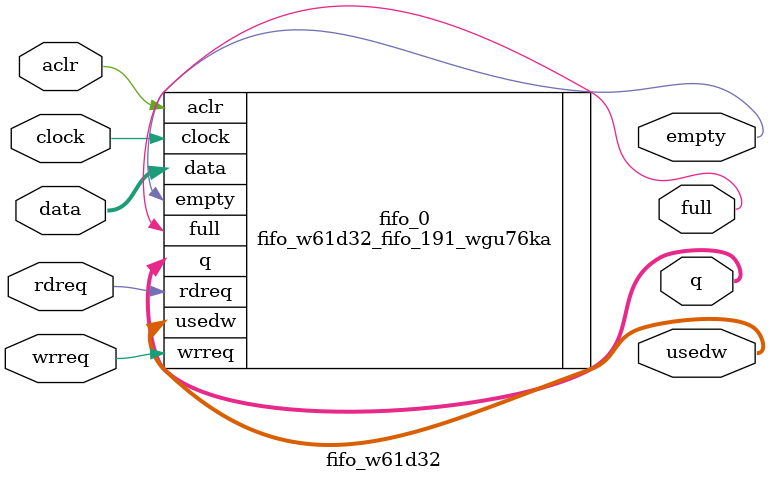
<source format=v>


`timescale 1 ps / 1 ps
module fifo_w61d32 (
		input  wire [60:0] data,  //  fifo_input.datain
		input  wire        wrreq, //            .wrreq
		input  wire        rdreq, //            .rdreq
		input  wire        clock, //            .clk
		input  wire        aclr,  //            .aclr
		output wire [60:0] q,     // fifo_output.dataout
		output wire [4:0]  usedw, //            .usedw
		output wire        full,  //            .full
		output wire        empty  //            .empty
	);

	fifo_w61d32_fifo_191_wgu76ka fifo_0 (
		.data  (data),  //  fifo_input.datain
		.wrreq (wrreq), //            .wrreq
		.rdreq (rdreq), //            .rdreq
		.clock (clock), //            .clk
		.aclr  (aclr),  //            .aclr
		.q     (q),     // fifo_output.dataout
		.usedw (usedw), //            .usedw
		.full  (full),  //            .full
		.empty (empty)  //            .empty
	);

endmodule

</source>
